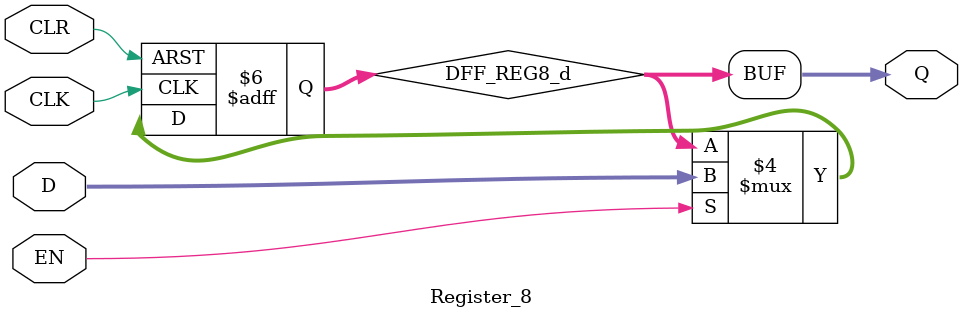
<source format=v>


// PROGRAM		"Quartus Prime"
// VERSION		"Version 18.0.0 Build 614 04/24/2018 SJ Lite Edition"
// CREATED		"Wed Mar 29 15:11:48 2023"

module Register_8(
	EN,
	CLK,
	CLR,
	D,
	Q
);

input wire	EN;
input wire	CLK;
input wire	CLR;
input wire	[7:0] D;
output wire	[7:0] Q;

reg	[7:0] DFF_REG8_d;
wire	CLRn;

assign	Q = DFF_REG8_d;

assign	CLRn =  ~CLR;

always@(posedge CLK or negedge CLRn)
begin
if (!CLRn)
	begin
	DFF_REG8_d <= 8'b0;
	end
else
	begin
	if (EN)
		begin
		DFF_REG8_d <= D;
		end
	end
end

endmodule

</source>
